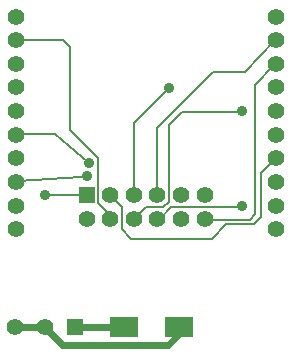
<source format=gbr>
G04 #@! TF.FileFunction,Copper,L2,Bot,Signal*
%FSLAX46Y46*%
G04 Gerber Fmt 4.6, Leading zero omitted, Abs format (unit mm)*
G04 Created by KiCad (PCBNEW 4.0.2-4+6225~38~ubuntu14.04.1-stable) date Tue 12 Apr 2016 14:07:17 ACST*
%MOMM*%
G01*
G04 APERTURE LIST*
%ADD10C,0.100000*%
%ADD11C,1.400000*%
%ADD12R,1.400000X1.400000*%
%ADD13R,1.397000X1.397000*%
%ADD14C,1.397000*%
%ADD15R,2.400000X1.800000*%
%ADD16C,0.889000*%
%ADD17C,0.600000*%
%ADD18C,0.170000*%
G04 APERTURE END LIST*
D10*
D11*
X169499260Y-97900000D03*
X169499260Y-105901000D03*
X169499260Y-109898960D03*
X169499260Y-107899980D03*
X169499260Y-101900500D03*
X169499260Y-103899480D03*
X169499260Y-99898980D03*
X169499260Y-113899460D03*
X169499260Y-115900980D03*
X169499260Y-111900480D03*
X191500740Y-111900480D03*
X191500740Y-115900980D03*
X191500740Y-113899460D03*
X191500740Y-99898980D03*
X191500740Y-103899480D03*
X191500740Y-101900500D03*
X191500740Y-107899980D03*
X191500740Y-109898960D03*
X191500740Y-105901000D03*
X191500740Y-97900000D03*
X179500000Y-113000000D03*
X177500000Y-113000000D03*
D12*
X175500000Y-113000000D03*
D11*
X181500000Y-113000000D03*
X183500000Y-113000000D03*
X185500000Y-113000000D03*
X185500000Y-115000000D03*
X183500000Y-115000000D03*
X181500000Y-115000000D03*
X179500000Y-115000000D03*
X177500000Y-115000000D03*
X175500000Y-115000000D03*
D13*
X174540000Y-124200000D03*
D14*
X172000000Y-124200000D03*
X169460000Y-124200000D03*
D15*
X183300000Y-124200000D03*
X178700000Y-124200000D03*
D16*
X182500000Y-103950000D03*
X188700000Y-105900000D03*
X188700000Y-113950000D03*
X175500000Y-111400000D03*
X175700000Y-110300000D03*
X171958000Y-113030000D03*
D17*
X172000000Y-124200000D02*
X169460000Y-124200000D01*
X173400000Y-125700000D02*
X172000000Y-124200000D01*
X175040000Y-125700000D02*
X173400000Y-125700000D01*
X183500000Y-124600000D02*
X182400000Y-125700000D01*
X182400000Y-125700000D02*
X175040000Y-125700000D01*
D18*
X183500000Y-124200000D02*
X183500000Y-124600000D01*
D17*
X174540000Y-124200000D02*
X178500000Y-124200000D01*
D18*
X191400000Y-101950000D02*
X191400000Y-101960000D01*
X191400000Y-101960000D02*
X189800000Y-103700000D01*
X185600000Y-115100000D02*
X185500000Y-115000000D01*
X189300000Y-115100000D02*
X185600000Y-115100000D01*
X189800000Y-114600000D02*
X189300000Y-115100000D01*
X189800000Y-103700000D02*
X189800000Y-114600000D01*
X186200000Y-102600000D02*
X188900000Y-102550000D01*
X188900000Y-102550000D02*
X191450000Y-99850000D01*
X181500000Y-113000000D02*
X181500000Y-107300000D01*
X186200000Y-102600000D02*
X181500000Y-107300000D01*
X179500000Y-113000000D02*
X179500000Y-106950000D01*
X179500000Y-106950000D02*
X182500000Y-103950000D01*
X191501260Y-103900000D02*
X191500740Y-103899480D01*
X182500000Y-107100000D02*
X182500000Y-113600000D01*
X182500000Y-113600000D02*
X182000000Y-114000000D01*
X182000000Y-114000000D02*
X180500000Y-114000000D01*
X180500000Y-114000000D02*
X179500000Y-115000000D01*
X183600000Y-106000000D02*
X182500000Y-107100000D01*
X187830000Y-106000000D02*
X183600000Y-106000000D01*
X188600000Y-106000000D02*
X187830000Y-106000000D01*
X188700000Y-105900000D02*
X188600000Y-106000000D01*
X177500000Y-113000000D02*
X178500000Y-114000000D01*
X190300000Y-111099700D02*
X191500740Y-109898960D01*
X190300000Y-114900000D02*
X190300000Y-111099700D01*
X189700000Y-115500000D02*
X190300000Y-114900000D01*
X187300000Y-115500000D02*
X189700000Y-115500000D01*
X186100000Y-116700000D02*
X187300000Y-115500000D01*
X179300000Y-116700000D02*
X186100000Y-116700000D01*
X178500000Y-115900000D02*
X179300000Y-116700000D01*
X178500000Y-114000000D02*
X178500000Y-115900000D01*
X188700000Y-113950000D02*
X188640000Y-114010000D01*
X188640000Y-114010000D02*
X188090000Y-114010000D01*
X182690000Y-114010000D02*
X188080000Y-114010000D01*
X181700000Y-115000000D02*
X182690000Y-114010000D01*
X181500000Y-115000000D02*
X181500000Y-115600000D01*
X181500000Y-115000000D02*
X181700000Y-115000000D01*
X177500000Y-115000000D02*
X177500000Y-114700000D01*
X177500000Y-114700000D02*
X176500000Y-113700000D01*
X176500000Y-113700000D02*
X176500000Y-109900000D01*
X176500000Y-109900000D02*
X174100000Y-107500000D01*
X174100000Y-107500000D02*
X174100000Y-100500000D01*
X174100000Y-100500000D02*
X173498980Y-99898980D01*
X173498980Y-99898980D02*
X169499260Y-99898980D01*
X169700280Y-100100000D02*
X169499260Y-99898980D01*
X175030000Y-111470000D02*
X169700000Y-111800000D01*
X175500000Y-111400000D02*
X175030000Y-111470000D01*
X175700000Y-110300000D02*
X172800000Y-107850000D01*
X172800000Y-107850000D02*
X169450000Y-107850000D01*
X175500000Y-113000000D02*
X171988000Y-113000000D01*
X171988000Y-113000000D02*
X171958000Y-113030000D01*
M02*

</source>
